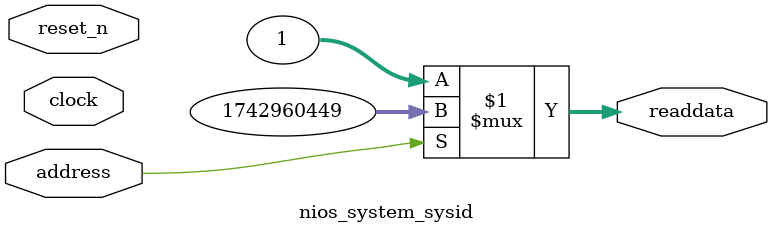
<source format=v>



// synthesis translate_off
`timescale 1ns / 1ps
// synthesis translate_on

// turn off superfluous verilog processor warnings 
// altera message_level Level1 
// altera message_off 10034 10035 10036 10037 10230 10240 10030 

module nios_system_sysid (
               // inputs:
                address,
                clock,
                reset_n,

               // outputs:
                readdata
             )
;

  output  [ 31: 0] readdata;
  input            address;
  input            clock;
  input            reset_n;

  wire    [ 31: 0] readdata;
  //control_slave, which is an e_avalon_slave
  assign readdata = address ? 1742960449 : 1;

endmodule



</source>
